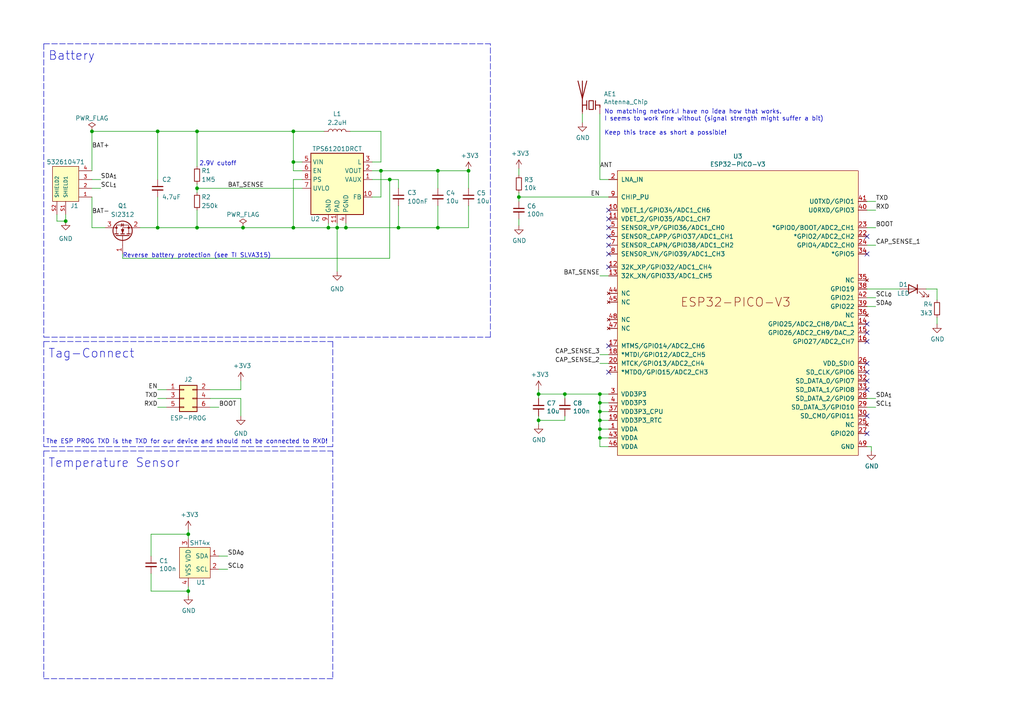
<source format=kicad_sch>
(kicad_sch (version 20211123) (generator eeschema)
  (paper "A4")
  (title_block (title "ESP32 Soil Sensor") (date "2022-04-29") (rev "1.3"))
  (lib_symbols
    (symbol "Device:C_Small" (pin_numbers hide) (pin_names (offset 0.254) hide)
      (property "Reference" "C" (at 0.254 1.778 0))
      (property "Value" "C_Small" (at 0.254 -2.032 0))
      (symbol "C_Small_0_1"
        (polyline (pts (xy -1.524 -0.508) (xy 1.524 -0.508)) (stroke (width 0.3302)))
        (polyline (pts (xy -1.524 0.508) (xy 1.524 0.508)) (stroke (width 0.3048)))
      )
      (symbol "C_Small_1_1"
        (pin passive line (at 0 2.54 270) (length 2.032) (name "~") (number "1"))
        (pin passive line (at 0 -2.54 90) (length 2.032) (name "~") (number "2"))
      )
    )
    (symbol "Device:L" (pin_numbers hide) (pin_names (offset 1.016) hide)
      (property "Reference" "L" (at -1.27 0 90))
      (property "Value" "L" (at 1.905 0 90))
      (symbol "L_0_1"
        (arc (start 0 -2.54) (mid 0.635 -1.905) (end 0 -1.27))
        (arc (start 0 -1.27) (mid 0.635 -0.635) (end 0 0))
        (arc (start 0 0) (mid 0.635 0.635) (end 0 1.27))
        (arc (start 0 1.27) (mid 0.635 1.905) (end 0 2.54))
      )
      (symbol "L_1_1"
        (pin passive line (at 0 3.81 270) (length 1.27) (name "1") (number "1"))
        (pin passive line (at 0 -3.81 90) (length 1.27) (name "2") (number "2"))
      )
    )
    (symbol "Device:LED" (pin_numbers hide) (pin_names (offset 1.016) hide)
      (property "Reference" "D" (at 0 2.54 0))
      (property "Value" "LED" (at 0 -2.54 0))
      (symbol "LED_0_1"
        (polyline (pts (xy -1.27 -1.27) (xy -1.27 1.27)) (stroke (width 0.254)))
        (polyline (pts (xy -1.27 0) (xy 1.27 0)))
        (polyline (pts (xy 1.27 -1.27) (xy 1.27 1.27) (xy -1.27 0) (xy 1.27 -1.27)) (stroke (width 0.254)))
        (polyline (pts (xy -3.048 -0.762) (xy -4.572 -2.286) (xy -3.81 -2.286) (xy -4.572 -2.286) (xy -4.572 -1.524)))
        (polyline (pts (xy -1.778 -0.762) (xy -3.302 -2.286) (xy -2.54 -2.286) (xy -3.302 -2.286) (xy -3.302 -1.524)))
      )
      (symbol "LED_1_1"
        (pin passive line (at -3.81 0 0) (length 2.54) (name "K") (number "1"))
        (pin passive line (at 3.81 0 180) (length 2.54) (name "A") (number "2"))
      )
    )
    (symbol "Device:R_Small" (pin_numbers hide) (pin_names (offset 0.254) hide)
      (property "Reference" "R" (at 0.762 0.508 0))
      (property "Value" "R_Small" (at 0.762 -1.016 0))
      (symbol "R_Small_0_1"
        (rectangle (start -0.762 1.778) (end 0.762 -1.778) (stroke (width 0.2032)))
      )
      (symbol "R_Small_1_1"
        (pin passive line (at 0 2.54 270) (length 0.762) (name "~") (number "1"))
        (pin passive line (at 0 -2.54 90) (length 0.762) (name "~") (number "2"))
      )
    )
    (symbol "Molex_picoblade:532610471" (pin_names (offset 1.016))
      (property "Reference" "J?" (at 0 8.89 0))
      (property "Value" "532610471" (at 0 6.35 0))
      (symbol "532610471_0_0"
        (pin passive line (at 7.62 -3.81 180) (length 3.81) (name "") (number "1"))
        (pin passive line (at 7.62 -1.27 180) (length 3.81) (name "") (number "2"))
        (pin passive line (at 7.62 3.81 180) (length 3.81) (name "") (number "4"))
        (pin passive line (at 0 -8.89 90) (length 3.81) (name "SHIELD1") (number "S1"))
        (pin passive line (at -2.54 -8.89 90) (length 3.81) (name "SHIELD2") (number "S2"))
      )
      (symbol "532610471_0_1"
        (rectangle (start -3.81 5.08) (end 3.81 -5.08) (stroke (width 0.1524)) (fill (type background)))
        (pin passive line (at 7.62 1.27 180) (length 3.81) (name "") (number "3"))
      )
    )
    (symbol "Regulator_Switching:TPS61201DRC"
      (property "Reference" "U" (at -10.16 8.89 0))
      (property "Value" "TPS61201DRC" (at -2.54 8.89 0))
      (symbol "TPS61201DRC_0_1"
        (rectangle (start -7.62 7.62) (end 7.62 -10.16) (stroke (width 0.254)) (fill (type background)))
      )
      (symbol "TPS61201DRC_1_1"
        (pin bidirectional line (at 10.16 0 180) (length 2.54) (name "VAUX") (number "1"))
        (pin input line (at 10.16 -5.08 180) (length 2.54) (name "FB") (number "10"))
        (pin power_in line (at 0 -12.7 90) (length 2.54) (name "PAD") (number "11"))
        (pin power_out line (at 10.16 2.54 180) (length 2.54) (name "VOUT") (number "2"))
        (pin input line (at 10.16 5.08 180) (length 2.54) (name "L") (number "3"))
        (pin power_in line (at 2.54 -12.7 90) (length 2.54) (name "PGND") (number "4"))
        (pin power_in line (at -10.16 5.08 0) (length 2.54) (name "VIN") (number "5"))
        (pin input line (at -10.16 2.54 0) (length 2.54) (name "EN") (number "6"))
        (pin input line (at -10.16 -2.54 0) (length 2.54) (name "UVLO") (number "7"))
        (pin input line (at -10.16 0 0) (length 2.54) (name "PS") (number "8"))
        (pin power_in line (at -2.54 -12.7 90) (length 2.54) (name "GND") (number "9"))
      )
    )
    (symbol "Soil_Sensor:SHT4x"
      (property "Reference" "U" (at -3.81 7.62 0))
      (property "Value" "SHT4x" (at 2.54 7.62 0))
      (symbol "SHT4x_0_0"
        (pin bidirectional line (at 7.62 2.54 180) (length 2.54) (name "SDA") (number "1"))
        (pin bidirectional line (at 7.62 -1.27 180) (length 2.54) (name "SCL") (number "2"))
        (pin power_in line (at -1.27 7.62 270) (length 2.54) (name "VDD") (number "3"))
        (pin power_in line (at -1.27 -6.35 90) (length 2.54) (name "VSS") (number "4"))
      )
      (symbol "SHT4x_0_1"
        (rectangle (start -3.81 5.08) (end 5.08 -3.81) (stroke (width 0.1524)) (fill (type background)))
      )
    )
    (symbol "Transistor_FET:DMN10H220L" (pin_names hide)
      (property "Reference" "Q" (at 5.08 1.905 0))
      (property "Value" "DMN10H220L" (at 5.08 0 0))
      (symbol "DMN10H220L_0_1"
        (polyline (pts (xy 0.254 0) (xy -2.54 0)))
        (polyline (pts (xy 0.254 1.905) (xy 0.254 -1.905)) (stroke (width 0.254)))
        (polyline (pts (xy 0.762 -1.27) (xy 0.762 -2.286)) (stroke (width 0.254)))
        (polyline (pts (xy 0.762 0.508) (xy 0.762 -0.508)) (stroke (width 0.254)))
        (polyline (pts (xy 0.762 2.286) (xy 0.762 1.27)) (stroke (width 0.254)))
        (polyline (pts (xy 2.54 2.54) (xy 2.54 1.778)))
        (polyline (pts (xy 2.54 -2.54) (xy 2.54 0) (xy 0.762 0)))
        (polyline (pts (xy 0.762 -1.778) (xy 3.302 -1.778) (xy 3.302 1.778) (xy 0.762 1.778)))
        (polyline (pts (xy 1.016 0) (xy 2.032 0.381) (xy 2.032 -0.381) (xy 1.016 0)) (fill (type outline)))
        (polyline (pts (xy 2.794 0.508) (xy 2.921 0.381) (xy 3.683 0.381) (xy 3.81 0.254)))
        (polyline (pts (xy 3.302 0.381) (xy 2.921 -0.254) (xy 3.683 -0.254) (xy 3.302 0.381)))
        (circle (center 1.651 0) (radius 2.794) (stroke (width 0.254)))
        (circle (center 2.54 -1.778) (radius 0.254) (fill (type outline)))
        (circle (center 2.54 1.778) (radius 0.254) (fill (type outline)))
      )
      (symbol "DMN10H220L_1_1"
        (pin input line (at -5.08 0 0) (length 2.54) (name "G") (number "1"))
        (pin passive line (at 2.54 -5.08 90) (length 2.54) (name "S") (number "2"))
        (pin passive line (at 2.54 5.08 270) (length 2.54) (name "D") (number "3"))
      )
    )
    (symbol "power:GND" (power) (pin_names (offset 0))
      (property "Value" "GND" (at 0 -3.81 0))
      (symbol "GND_0_1"
        (polyline (pts (xy 0 0) (xy 0 -1.27) (xy 1.27 -1.27) (xy 0 -2.54) (xy -1.27 -1.27) (xy 0 -1.27)))
      )
      (symbol "GND_1_1"
        (pin power_in line (at 0 0 270) (length 0) hide (name "GND") (number "1"))
      )
    )
    (symbol "power:PWR_FLAG" (power) (pin_numbers hide) (pin_names (offset 0) hide)
      (property "Value" "PWR_FLAG" (at 0 3.81 0))
      (symbol "PWR_FLAG_0_0"
        (pin power_out line (at 0 0 90) (length 0) (name "pwr") (number "1"))
      )
      (symbol "PWR_FLAG_0_1"
        (polyline (pts (xy 0 0) (xy 0 1.27) (xy -1.016 1.905) (xy 0 2.54) (xy 1.016 1.905) (xy 0 1.27)))
      )
    )
    (symbol "soil_sensor_2-rescue:+3.3V-power" (power) (pin_names (offset 0))
      (property "Value" "+3.3V-power" (at 0 3.556 0))
      (symbol "+3.3V-power_0_1"
        (polyline (pts (xy -0.762 1.27) (xy 0 2.54)))
        (polyline (pts (xy 0 0) (xy 0 2.54)))
        (polyline (pts (xy 0 2.54) (xy 0.762 1.27)))
      )
      (symbol "+3.3V-power_1_1"
        (pin power_in line (at 0 0 90) (length 0) hide (name "+3V3") (number "1"))
      )
    )
    (symbol "soil_sensor_2-rescue:Antenna_Chip-Device" (pin_numbers hide) (pin_names (offset 1.016) hide)
      (property "Reference" "AE" (at 0 5.08 0))
      (property "Value" "Antenna_Chip-Device" (at 0 3.175 0))
      (symbol "Antenna_Chip-Device_0_1"
        (polyline (pts (xy -2.54 0) (xy -2.54 -0.635)) (stroke (width 0.254)))
        (polyline (pts (xy -2.54 0) (xy -1.27 0)) (stroke (width 0.254)))
        (polyline (pts (xy 1.27 0) (xy 2.54 0)) (stroke (width 0.254)))
        (polyline (pts (xy 1.27 1.27) (xy 1.27 -1.27)) (stroke (width 0.254)))
        (polyline (pts (xy 2.54 -0.635) (xy 2.54 0)))
        (polyline (pts (xy 2.54 6.985) (xy 2.54 -1.905)) (stroke (width 0.254)))
        (polyline (pts (xy -1.27 1.27) (xy -1.27 -1.27) (xy -1.27 0)) (stroke (width 0.254)))
        (polyline (pts (xy 3.81 6.985) (xy 2.54 1.905) (xy 1.27 6.985)) (stroke (width 0.254)))
        (polyline (pts (xy -0.635 1.27) (xy 0.635 1.27) (xy 0.635 -1.27) (xy -0.635 -1.27) (xy -0.635 1.27)) (stroke (width 0.254)))
      )
      (symbol "Antenna_Chip-Device_1_1"
        (pin input line (at -2.54 -2.54 90) (length 2.54) (name "FEED") (number "1"))
        (pin passive line (at 2.54 -2.54 90) (length 2.54) (name "PCB_Trace") (number "2"))
      )
    )
    (symbol "soil_sensor_2-rescue:C_Small-Device" (pin_numbers hide) (pin_names (offset 0.254) hide)
      (property "Reference" "C" (at 0.254 1.778 0))
      (property "Value" "C_Small-Device" (at 0.254 -2.032 0))
      (symbol "C_Small-Device_0_1"
        (polyline (pts (xy -1.524 -0.508) (xy 1.524 -0.508)) (stroke (width 0.3302)))
        (polyline (pts (xy -1.524 0.508) (xy 1.524 0.508)) (stroke (width 0.3048)))
      )
      (symbol "C_Small-Device_1_1"
        (pin passive line (at 0 2.54 270) (length 2.032) (name "~") (number "1"))
        (pin passive line (at 0 -2.54 90) (length 2.032) (name "~") (number "2"))
      )
    )
    (symbol "soil_sensor_2-rescue:Conn_02x03_Odd_Even-Connector_Generic" (pin_names (offset 1.016) hide)
      (property "Reference" "J" (at 1.27 5.08 0))
      (property "Value" "Conn_02x03_Odd_Even-Connector_Generic" (at 1.27 -5.08 0))
      (symbol "Conn_02x03_Odd_Even-Connector_Generic_1_1"
        (rectangle (start -1.27 -2.413) (end 0 -2.667) (stroke (width 0.1524)))
        (rectangle (start -1.27 0.127) (end 0 -0.127) (stroke (width 0.1524)))
        (rectangle (start -1.27 2.667) (end 0 2.413) (stroke (width 0.1524)))
        (rectangle (start -1.27 3.81) (end 3.81 -3.81) (stroke (width 0.254)) (fill (type background)))
        (rectangle (start 3.81 -2.413) (end 2.54 -2.667) (stroke (width 0.1524)))
        (rectangle (start 3.81 0.127) (end 2.54 -0.127) (stroke (width 0.1524)))
        (rectangle (start 3.81 2.667) (end 2.54 2.413) (stroke (width 0.1524)))
        (pin passive line (at -5.08 2.54 0) (length 3.81) (name "Pin_1") (number "1"))
        (pin passive line (at 7.62 2.54 180) (length 3.81) (name "Pin_2") (number "2"))
        (pin passive line (at -5.08 0 0) (length 3.81) (name "Pin_3") (number "3"))
        (pin passive line (at 7.62 0 180) (length 3.81) (name "Pin_4") (number "4"))
        (pin passive line (at -5.08 -2.54 0) (length 3.81) (name "Pin_5") (number "5"))
        (pin passive line (at 7.62 -2.54 180) (length 3.81) (name "Pin_6") (number "6"))
      )
    )
    (symbol "soil_sensor_2-rescue:ESP32-PICO-V3-Espressif" (pin_names (offset 1.016))
      (property "Reference" "U" (at 0 43.18 0))
      (property "Value" "ESP32-PICO-V3-Espressif" (at 0 -41.91 0))
      (symbol "ESP32-PICO-V3-Espressif_0_0"
        (text "ESP32-PICO-V3" (at 0 3.81 0) (effects (font (size 2.54 2.54))))
      )
      (symbol "ESP32-PICO-V3-Espressif_0_1"
        (rectangle (start -34.29 41.91) (end 35.56 -40.64) (fill (type background)))
      )
      (symbol "ESP32-PICO-V3-Espressif_1_1"
        (pin power_in line (at -36.83 -33.02 0) (length 2.54) (name "VDDA") (number "1"))
        (pin input line (at -36.83 30.48 0) (length 2.54) (name "VDET_1/GPIO34/ADC1_CH6") (number "10"))
        (pin input line (at -36.83 27.94 0) (length 2.54) (name "VDET_2/GPIO35/ADC1_CH7") (number "11"))
        (pin bidirectional line (at -36.83 13.97 0) (length 2.54) (name "32K_XP/GPIO32/ADC1_CH4") (number "12"))
        (pin bidirectional line (at -36.83 11.43 0) (length 2.54) (name "32K_XN/GPIO33/ADC1_CH5") (number "13"))
        (pin bidirectional line (at 38.1 -2.54 180) (length 2.54) (name "GPIO25/ADC2_CH8/DAC_1") (number "14"))
        (pin bidirectional line (at 38.1 -5.08 180) (length 2.54) (name "GPIO26/ADC2_CH9/DAC_2") (number "15"))
        (pin bidirectional line (at 38.1 -7.62 180) (length 2.54) (name "GPIO27/ADC2_CH7") (number "16"))
        (pin bidirectional line (at -36.83 -8.89 0) (length 2.54) (name "MTMS/GPIO14/ADC2_CH6") (number "17"))
        (pin bidirectional line (at -36.83 -11.43 0) (length 2.54) (name "*MTDI/GPIO12/ADC2_CH5") (number "18"))
        (pin power_in line (at -36.83 -30.48 0) (length 2.54) (name "VDD3P3_RTC") (number "19"))
        (pin bidirectional line (at -36.83 39.37 0) (length 2.54) (name "LNA_IN") (number "2"))
        (pin bidirectional line (at -36.83 -13.97 0) (length 2.54) (name "MTCK/GPIO13/ADC2_CH4") (number "20"))
        (pin bidirectional line (at -36.83 -16.51 0) (length 2.54) (name "*MTDO/GPIO15/ADC2_CH3") (number "21"))
        (pin bidirectional line (at 38.1 22.86 180) (length 2.54) (name "*GPIO2/ADC2_CH2") (number "22"))
        (pin bidirectional line (at 38.1 25.4 180) (length 2.54) (name "*GPIO0/BOOT/ADC2_CH1") (number "23"))
        (pin bidirectional line (at 38.1 20.32 180) (length 2.54) (name "GPIO4/ADC2_CH0") (number "24"))
        (pin no_connect line (at 38.1 -31.75 180) (length 2.54) (name "NC") (number "25"))
        (pin power_out line (at 38.1 -13.97 180) (length 2.54) (name "VDD_SDIO") (number "26"))
        (pin bidirectional line (at 38.1 -34.29 180) (length 2.54) (name "GPIO20") (number "27"))
        (pin bidirectional line (at 38.1 -24.13 180) (length 2.54) (name "SD_DATA_2/GPIO9") (number "28"))
        (pin bidirectional line (at 38.1 -26.67 180) (length 2.54) (name "SD_DATA_3/GPIO10") (number "29"))
        (pin power_in line (at -36.83 -22.86 0) (length 2.54) (name "VDD3P3") (number "3"))
        (pin bidirectional line (at 38.1 -29.21 180) (length 2.54) (name "SD_CMD/GPIO11") (number "30"))
        (pin bidirectional line (at 38.1 -16.51 180) (length 2.54) (name "SD_CLK/GPIO6") (number "31"))
        (pin bidirectional line (at 38.1 -19.05 180) (length 2.54) (name "SD_DATA_0/GPIO7") (number "32"))
        (pin bidirectional line (at 38.1 -21.59 180) (length 2.54) (name "SD_DATA_1/GPIO8") (number "33"))
        (pin bidirectional line (at 38.1 17.78 180) (length 2.54) (name "*GPIO5") (number "34"))
        (pin no_connect line (at 38.1 10.16 180) (length 2.54) (name "NC") (number "35"))
        (pin no_connect line (at 38.1 0 180) (length 2.54) (name "NC") (number "36"))
        (pin power_in line (at -36.83 -27.94 0) (length 2.54) (name "VDD3P3_CPU") (number "37"))
        (pin bidirectional line (at 38.1 7.62 180) (length 2.54) (name "GPIO19") (number "38"))
        (pin bidirectional line (at 38.1 2.54 180) (length 2.54) (name "GPIO22") (number "39"))
        (pin power_in line (at -36.83 -25.4 0) (length 2.54) (name "VDD3P3") (number "4"))
        (pin bidirectional line (at 38.1 30.48 180) (length 2.54) (name "U0RXD/GPIO3") (number "40"))
        (pin bidirectional line (at 38.1 33.02 180) (length 2.54) (name "U0TXD/GPIO1") (number "41"))
        (pin bidirectional line (at 38.1 5.08 180) (length 2.54) (name "GPIO21") (number "42"))
        (pin power_in line (at -36.83 -35.56 0) (length 2.54) (name "VDDA") (number "43"))
        (pin no_connect line (at -36.83 6.35 0) (length 2.54) (name "NC") (number "44"))
        (pin no_connect line (at -36.83 3.81 0) (length 2.54) (name "NC") (number "45"))
        (pin power_in line (at -36.83 -38.1 0) (length 2.54) (name "VDDA") (number "46"))
        (pin no_connect line (at -36.83 -3.81 0) (length 2.54) (name "NC") (number "47"))
        (pin no_connect line (at -36.83 -1.27 0) (length 2.54) (name "NC") (number "48"))
        (pin power_in line (at 38.1 -38.1 180) (length 2.54) (name "GND") (number "49"))
        (pin input line (at -36.83 25.4 0) (length 2.54) (name "SENSOR_VP/GPIO36/ADC1_CH0") (number "5"))
        (pin input line (at -36.83 22.86 0) (length 2.54) (name "SENSOR_CAPP/GPIO37/ADC1_CH1") (number "6"))
        (pin input line (at -36.83 20.32 0) (length 2.54) (name "SENSOR_CAPN/GPIO38/ADC1_CH2") (number "7"))
        (pin input line (at -36.83 17.78 0) (length 2.54) (name "SENSOR_VN/GPIO39/ADC1_CH3") (number "8"))
        (pin input line (at -36.83 34.29 0) (length 2.54) (name "CHIP_PU") (number "9"))
      )
    )
    (symbol "soil_sensor_2-rescue:GND-power" (power) (pin_names (offset 0))
      (property "Value" "GND-power" (at 0 -3.81 0))
      (symbol "GND-power_0_1"
        (polyline (pts (xy 0 0) (xy 0 -1.27) (xy 1.27 -1.27) (xy 0 -2.54) (xy -1.27 -1.27) (xy 0 -1.27)))
      )
      (symbol "GND-power_1_1"
        (pin power_in line (at 0 0 270) (length 0) hide (name "GND") (number "1"))
      )
    )
    (symbol "soil_sensor_2-rescue:R_Small-Device" (pin_numbers hide) (pin_names (offset 0.254) hide)
      (property "Reference" "R" (at 0.762 0.508 0))
      (property "Value" "R_Small-Device" (at 0.762 -1.016 0))
      (symbol "R_Small-Device_0_1"
        (rectangle (start -0.762 1.778) (end 0.762 -1.778) (stroke (width 0.2032)))
      )
      (symbol "R_Small-Device_1_1"
        (pin passive line (at 0 2.54 270) (length 0.762) (name "~") (number "1"))
        (pin passive line (at 0 -2.54 90) (length 0.762) (name "~") (number "2"))
      )
    )
  )
  (junction (at 173.99 114.3) (diameter 0.9144))
  (junction (at 173.99 124.46) (diameter 0.9144))
  (junction (at 173.99 127) (diameter 0.9144))
  (junction (at 26.67 38.1))
  (junction (at 85.09 38.1))
  (junction (at 173.99 116.84) (diameter 0.9144))
  (junction (at 115.57 66.04))
  (junction (at 45.72 66.04))
  (junction (at 150.495 57.15) (diameter 0.9144))
  (junction (at 85.09 66.04))
  (junction (at 45.72 38.1))
  (junction (at 110.49 49.53))
  (junction (at 57.15 66.04))
  (junction (at 113.03 52.07))
  (junction (at 19.05 64.135))
  (junction (at 156.21 114.3) (diameter 0.9144))
  (junction (at 57.15 38.1))
  (junction (at 127 49.53))
  (junction (at 54.61 171.45))
  (junction (at 97.79 66.04))
  (junction (at 100.33 66.04))
  (junction (at 156.21 121.92) (diameter 0.9144))
  (junction (at 95.25 66.04))
  (junction (at 173.99 119.38) (diameter 0.9144))
  (junction (at 127 66.04))
  (junction (at 54.61 154.94))
  (junction (at 85.09 46.99))
  (junction (at 57.15 54.61))
  (junction (at 135.89 49.53))
  (junction (at 163.83 114.3) (diameter 0.9144))
  (junction (at 70.485 66.04))
  (junction (at 173.99 121.92) (diameter 0.9144))
  (no_connect (at 251.46 107.95))
  (no_connect (at 176.53 73.66))
  (no_connect (at 176.53 77.47))
  (no_connect (at 251.46 113.03))
  (no_connect (at 176.53 100.33))
  (no_connect (at 251.46 68.58))
  (no_connect (at 251.46 120.65))
  (no_connect (at 251.46 110.49))
  (no_connect (at 251.46 125.73))
  (no_connect (at 176.53 66.04))
  (no_connect (at 176.53 107.95))
  (no_connect (at 251.46 105.41))
  (no_connect (at 176.53 60.96))
  (no_connect (at 251.46 93.98))
  (no_connect (at 176.53 68.58))
  (no_connect (at 176.53 63.5))
  (no_connect (at 251.46 96.52))
  (no_connect (at 251.46 73.66))
  (no_connect (at 251.46 99.06))
  (no_connect (at 176.53 71.12))
  (wire (pts (xy 54.61 170.18) (xy 54.61 171.45)))
  (wire (pts (xy 54.61 171.45) (xy 54.61 172.72)))
  (wire (pts (xy 45.72 115.57) (xy 48.26 115.57)))
  (wire (pts (xy 16.51 64.135) (xy 16.51 62.23)))
  (wire (pts (xy 60.96 115.57) (xy 69.85 115.57)))
  (wire (pts (xy 69.85 115.57) (xy 69.85 120.65)))
  (wire (pts (xy 251.46 115.57) (xy 254 115.57)))
  (wire (pts (xy 173.99 129.54) (xy 173.99 127)))
  (wire (pts (xy 35.56 74.93) (xy 35.56 73.66)))
  (wire (pts (xy 251.46 88.9) (xy 254 88.9)))
  (wire (pts (xy 57.15 48.26) (xy 57.15 38.1)))
  (wire (pts (xy 57.15 38.1) (xy 85.09 38.1)))
  (wire (pts (xy 115.57 66.04) (xy 127 66.04)))
  (wire (pts (xy 127 66.04) (xy 127 59.69)))
  (wire (pts (xy 60.96 113.03) (xy 69.85 113.03)))
  (wire (pts (xy 69.85 110.49) (xy 69.85 113.03)))
  (wire (pts (xy 176.53 129.54) (xy 173.99 129.54)))
  (wire (pts (xy 101.6 38.1) (xy 110.49 38.1)))
  (wire (pts (xy 110.49 38.1) (xy 110.49 46.99)))
  (wire (pts (xy 19.05 64.135) (xy 16.51 64.135)))
  (wire (pts (xy 271.78 83.82) (xy 268.605 83.82)))
  (wire (pts (xy 173.99 33.02) (xy 173.99 52.07)))
  (wire (pts (xy 63.5 161.29) (xy 66.04 161.29)))
  (wire (pts (xy 45.72 57.15) (xy 45.72 66.04)))
  (wire (pts (xy 26.67 54.61) (xy 29.21 54.61)))
  (wire (pts (xy 173.99 52.07) (xy 176.53 52.07)))
  (wire (pts (xy 251.46 58.42) (xy 254 58.42)))
  (wire (pts (xy 251.46 71.12) (xy 254 71.12)))
  (wire (pts (xy 54.61 153.67) (xy 54.61 154.94)))
  (wire (pts (xy 54.61 154.94) (xy 54.61 156.21)))
  (wire (pts (xy 135.89 49.53) (xy 127 49.53)))
  (wire (pts (xy 135.89 54.61) (xy 135.89 49.53)))
  (wire (pts (xy 271.78 83.82) (xy 271.78 86.995)))
  (wire (pts (xy 176.53 124.46) (xy 173.99 124.46)))
  (wire (pts (xy 173.99 116.84) (xy 173.99 114.3)))
  (wire (pts (xy 176.53 80.01) (xy 173.99 80.01)))
  (wire (pts (xy 163.83 114.3) (xy 163.83 115.57)))
  (wire (pts (xy 173.99 119.38) (xy 173.99 116.84)))
  (wire (pts (xy 176.53 105.41) (xy 173.99 105.41)))
  (wire (pts (xy 57.15 66.04) (xy 57.15 60.96)))
  (wire (pts (xy 57.15 66.04) (xy 70.485 66.04)))
  (wire (pts (xy 107.95 57.15) (xy 110.49 57.15)))
  (wire (pts (xy 110.49 57.15) (xy 110.49 49.53)))
  (wire (pts (xy 107.95 49.53) (xy 110.49 49.53)))
  (wire (pts (xy 110.49 49.53) (xy 127 49.53)))
  (wire (pts (xy 173.99 124.46) (xy 173.99 121.92)))
  (wire (pts (xy 19.05 62.23) (xy 19.05 64.135)))
  (polyline (pts (xy 12.7 99.06) (xy 12.7 129.54)))
  (polyline (pts (xy 12.7 99.06) (xy 96.52 99.06)))
  (polyline (pts (xy 96.52 99.06) (xy 96.52 129.54)))
  (polyline (pts (xy 96.52 129.54) (xy 12.7 129.54)))
  (wire (pts (xy 251.46 118.11) (xy 254 118.11)))
  (wire (pts (xy 150.495 55.88) (xy 150.495 57.15)))
  (wire (pts (xy 176.53 121.92) (xy 173.99 121.92)))
  (wire (pts (xy 168.91 33.02) (xy 168.91 35.56)))
  (wire (pts (xy 173.99 127) (xy 173.99 124.46)))
  (wire (pts (xy 70.485 66.04) (xy 85.09 66.04)))
  (wire (pts (xy 156.21 120.65) (xy 156.21 121.92)))
  (wire (pts (xy 173.99 114.3) (xy 176.53 114.3)))
  (wire (pts (xy 156.21 121.92) (xy 163.83 121.92)))
  (wire (pts (xy 45.72 113.03) (xy 48.26 113.03)))
  (wire (pts (xy 150.495 50.8) (xy 150.495 48.895)))
  (wire (pts (xy 85.09 52.07) (xy 85.09 66.04)))
  (wire (pts (xy 156.21 114.3) (xy 156.21 113.03)))
  (wire (pts (xy 45.72 118.11) (xy 48.26 118.11)))
  (polyline (pts (xy 12.7 12.7) (xy 12.7 97.79)))
  (polyline (pts (xy 12.7 12.7) (xy 142.24 12.7)))
  (polyline (pts (xy 12.7 97.79) (xy 142.24 97.79)))
  (polyline (pts (xy 142.24 97.79) (xy 142.24 12.7)))
  (wire (pts (xy 60.96 118.11) (xy 63.5 118.11)))
  (wire (pts (xy 271.78 92.075) (xy 271.78 93.98)))
  (wire (pts (xy 26.67 38.1) (xy 26.67 49.53)))
  (wire (pts (xy 26.67 38.1) (xy 45.72 38.1)))
  (wire (pts (xy 45.72 38.1) (xy 57.15 38.1)))
  (wire (pts (xy 251.46 60.96) (xy 254 60.96)))
  (wire (pts (xy 107.95 52.07) (xy 113.03 52.07)))
  (wire (pts (xy 113.03 52.07) (xy 115.57 52.07)))
  (wire (pts (xy 115.57 52.07) (xy 115.57 54.61)))
  (wire (pts (xy 26.67 66.04) (xy 26.67 57.15)))
  (wire (pts (xy 26.67 66.04) (xy 30.48 66.04)))
  (polyline (pts (xy 12.7 130.81) (xy 12.7 196.85)))
  (polyline (pts (xy 12.7 130.81) (xy 96.52 130.81)))
  (polyline (pts (xy 96.52 130.81) (xy 96.52 196.85)))
  (polyline (pts (xy 96.52 196.85) (xy 12.7 196.85)))
  (wire (pts (xy 251.46 86.36) (xy 254 86.36)))
  (wire (pts (xy 176.53 127) (xy 173.99 127)))
  (wire (pts (xy 150.495 63.5) (xy 150.495 65.405)))
  (wire (pts (xy 95.25 66.04) (xy 95.25 64.77)))
  (wire (pts (xy 97.79 66.04) (xy 95.25 66.04)))
  (wire (pts (xy 85.09 66.04) (xy 95.25 66.04)))
  (wire (pts (xy 251.46 66.04) (xy 254 66.04)))
  (wire (pts (xy 26.67 52.07) (xy 29.21 52.07)))
  (wire (pts (xy 107.95 46.99) (xy 110.49 46.99)))
  (wire (pts (xy 40.64 66.04) (xy 45.72 66.04)))
  (wire (pts (xy 45.72 66.04) (xy 57.15 66.04)))
  (wire (pts (xy 85.09 49.53) (xy 85.09 46.99)))
  (wire (pts (xy 87.63 49.53) (xy 85.09 49.53)))
  (wire (pts (xy 156.21 123.19) (xy 156.21 121.92)))
  (wire (pts (xy 251.46 129.54) (xy 252.73 129.54)))
  (wire (pts (xy 43.815 154.94) (xy 43.815 161.29)))
  (wire (pts (xy 54.61 154.94) (xy 43.815 154.94)))
  (wire (pts (xy 87.63 46.99) (xy 85.09 46.99)))
  (wire (pts (xy 173.99 121.92) (xy 173.99 119.38)))
  (wire (pts (xy 176.53 102.87) (xy 173.99 102.87)))
  (wire (pts (xy 100.33 64.77) (xy 100.33 66.04)))
  (wire (pts (xy 100.33 66.04) (xy 97.79 66.04)))
  (wire (pts (xy 251.46 83.82) (xy 260.985 83.82)))
  (wire (pts (xy 150.495 57.15) (xy 150.495 58.42)))
  (wire (pts (xy 127 54.61) (xy 127 49.53)))
  (wire (pts (xy 100.33 66.04) (xy 115.57 66.04)))
  (wire (pts (xy 115.57 59.69) (xy 115.57 66.04)))
  (wire (pts (xy 63.5 165.1) (xy 66.04 165.1)))
  (wire (pts (xy 57.15 54.61) (xy 57.15 55.88)))
  (wire (pts (xy 173.99 114.3) (xy 163.83 114.3)))
  (wire (pts (xy 252.73 129.54) (xy 252.73 130.81)))
  (wire (pts (xy 35.56 74.93) (xy 113.03 74.93)))
  (wire (pts (xy 113.03 52.07) (xy 113.03 74.93)))
  (wire (pts (xy 163.83 114.3) (xy 156.21 114.3)))
  (wire (pts (xy 54.61 171.45) (xy 43.815 171.45)))
  (wire (pts (xy 127 66.04) (xy 135.89 66.04)))
  (wire (pts (xy 135.89 66.04) (xy 135.89 59.69)))
  (wire (pts (xy 45.72 52.07) (xy 45.72 38.1)))
  (wire (pts (xy 163.83 121.92) (xy 163.83 120.65)))
  (wire (pts (xy 87.63 52.07) (xy 85.09 52.07)))
  (wire (pts (xy 43.815 171.45) (xy 43.815 166.37)))
  (wire (pts (xy 85.09 38.1) (xy 85.09 46.99)))
  (wire (pts (xy 93.98 38.1) (xy 85.09 38.1)))
  (wire (pts (xy 156.21 114.3) (xy 156.21 115.57)))
  (wire (pts (xy 176.53 57.15) (xy 150.495 57.15)))
  (wire (pts (xy 97.79 64.77) (xy 97.79 66.04)))
  (wire (pts (xy 97.79 66.04) (xy 97.79 78.74)))
  (wire (pts (xy 57.15 54.61) (xy 57.15 53.34)))
  (wire (pts (xy 87.63 54.61) (xy 57.15 54.61)))
  (wire (pts (xy 176.53 116.84) (xy 173.99 116.84)))
  (wire (pts (xy 176.53 119.38) (xy 173.99 119.38)))
  (text "Temperature Sensor" (at 13.97 135.89 0) (effects (font (size 2.54 2.54)) (justify left bottom)))
  (text "The ESP PROG TXD is the TXD for our device and should not be connected to RXD!" (at 13.335 128.905 0) (effects (font (size 1.27 1.27)) (justify left bottom)))
  (text "Tag-Connect" (at 13.97 104.14 0) (effects (font (size 2.54 2.54)) (justify left bottom)))
  (text "Battery" (at 13.97 17.78 0) (effects (font (size 2.54 2.54)) (justify left bottom)))
  (text "Reverse battery protection (see TI SLVA315)" (at 35.56 74.93 0) (effects (font (size 1.27 1.27)) (justify left bottom)))
  (text "2.9V cutoff" (at 57.785 48.26 0) (effects (font (size 1.27 1.27)) (justify left bottom)))
  (text "No matching network.I have no idea how that works.\nI seems to work fine without (signal strength might suffer a bit)\n\nKeep this trace as short a possible!" (at 175.26 39.37 0) (effects (font (size 1.27 1.27)) (justify left bottom)))
  (label "EN" (at 173.99 57.15 180))
  (label "CAP_SENSE_3" (at 173.99 102.87 180))
  (label "RXD" (at 254 60.96 0))
  (label "RXD" (at 45.72 118.11 180))
  (label "SDA_{0}" (at 254 88.9 0))
  (label "SCL_{0}" (at 66.04 165.1 0))
  (label "BOOT" (at 63.5 118.11 0))
  (label "BOOT" (at 254 66.04 0))
  (label "ANT" (at 173.99 48.895 0))
  (label "BAT_SENSE" (at 173.99 80.01 180))
  (label "CAP_SENSE_1" (at 254 71.12 0))
  (label "SCL_{1}" (at 254 118.11 0))
  (label "TXD" (at 45.72 115.57 180))
  (label "BAT+" (at 26.67 43.18 0))
  (label "TXD" (at 254 58.42 0))
  (label "SDA_{1}" (at 254 115.57 0))
  (label "CAP_SENSE_2" (at 173.99 105.41 180))
  (label "SDA_{1}" (at 29.21 52.07 0))
  (label "BAT-" (at 26.67 62.23 0))
  (label "EN" (at 45.72 113.03 180))
  (label "BAT_SENSE" (at 66.04 54.61 0))
  (label "SDA_{0}" (at 66.04 161.29 0))
  (label "SCL_{1}" (at 29.21 54.61 0))
  (label "SCL_{0}" (at 254 86.36 0))
  (symbol (lib_id "soil_sensor_2-rescue:Conn_02x03_Odd_Even-Connector_Generic") (at 53.34 115.57 0) (unit 1)
    (property "Reference" "J2" (at 54.61 110.0582 0))
    (property "Value" "ESP-PROG" (at 54.61 121.2596 0))
    (property "Footprint" "Connector:Tag-Connect_TC2030-IDC-NL_2x03_P1.27mm_Vertical" (effects hide))
  )
  (symbol (lib_id "soil_sensor_2-rescue:ESP32-PICO-V3-Espressif") (at 213.36 91.44 0) (unit 1)
    (property "Reference" "U3" (at 213.995 45.339 0))
    (property "Value" "ESP32-PICO-V3" (at 213.995 47.6504 0))
    (property "Footprint" "Package_DFN_QFN:QFN-48-1EP_7x7mm_P0.5mm_EP5.15x5.15mm" (effects hide))
    (property "Datasheet" "https://www.espressif.com/sites/default/files/documentation/esp32_datasheet_en.pdf" (effects hide))
    (property "Digikey" "1965-ESP32-PICO-V3CT-ND" (effects hide))
  )
  (symbol (lib_id "soil_sensor_2-rescue:C_Small-Device") (at 163.83 118.11 0) (unit 1)
    (property "Reference" "C8" (at 166.1668 116.9416 0) (effects (justify left)))
    (property "Value" "100n" (at 166.1668 119.253 0) (effects (justify left)))
    (property "Footprint" "Capacitor_SMD:C_0603_1608Metric" (effects hide))
  )
  (symbol (lib_id "soil_sensor_2-rescue:C_Small-Device") (at 156.21 118.11 0) (unit 1)
    (property "Reference" "C7" (at 158.5468 116.9416 0) (effects (justify left)))
    (property "Value" "10u" (at 158.5468 119.253 0) (effects (justify left)))
    (property "Footprint" "Capacitor_SMD:C_0805_2012Metric" (effects hide))
  )
  (symbol (lib_id "soil_sensor_2-rescue:GND-power") (at 156.21 123.19 0) (unit 1)
    (property "Reference" "#PWR011" (effects hide))
    (property "Value" "GND" (at 156.337 127.5842 0))
  )
  (symbol (lib_id "soil_sensor_2-rescue:+3.3V-power") (at 156.21 113.03 0) (unit 1)
    (property "Reference" "#PWR010" (effects hide))
    (property "Value" "+3.3V" (at 156.591 108.6358 0))
  )
  (symbol (lib_id "soil_sensor_2-rescue:GND-power") (at 252.73 130.81 0) (unit 1)
    (property "Reference" "#PWR013" (effects hide))
    (property "Value" "GND" (at 252.857 135.2042 0))
  )
  (symbol (lib_id "soil_sensor_2-rescue:R_Small-Device") (at 150.495 53.34 0) (unit 1)
    (property "Reference" "R3" (at 151.9936 52.1716 0) (effects (justify left)))
    (property "Value" "10k" (at 151.9936 54.483 0) (effects (justify left)))
    (property "Footprint" "Resistor_SMD:R_0603_1608Metric" (effects hide))
  )
  (symbol (lib_id "soil_sensor_2-rescue:C_Small-Device") (at 150.495 60.96 0) (unit 1)
    (property "Reference" "C6" (at 152.8318 59.7916 0) (effects (justify left)))
    (property "Value" "100n" (at 152.8318 62.103 0) (effects (justify left)))
    (property "Footprint" "Capacitor_SMD:C_0603_1608Metric" (effects hide))
  )
  (symbol (lib_id "soil_sensor_2-rescue:+3.3V-power") (at 150.495 48.895 0) (unit 1)
    (property "Reference" "#PWR08" (effects hide))
    (property "Value" "+3.3V" (at 150.876 44.5008 0))
  )
  (symbol (lib_id "soil_sensor_2-rescue:GND-power") (at 54.61 172.72 0) (unit 1)
    (property "Reference" "#PWR03" (effects hide))
    (property "Value" "GND" (at 54.737 177.1142 0))
  )
  (symbol (lib_id "soil_sensor_2-rescue:+3.3V-power") (at 54.61 153.67 0) (unit 1)
    (property "Reference" "#PWR02" (effects hide))
    (property "Value" "+3.3V" (at 54.991 149.2758 0))
  )
  (symbol (lib_id "soil_sensor_2-rescue:Antenna_Chip-Device") (at 171.45 30.48 0) (mirror y) (unit 1)
    (property "Reference" "AE1" (at 175.1076 27.2542 0) (effects (justify right)))
    (property "Value" "Antenna_Chip" (at 175.1076 29.5656 0) (effects (justify right)))
    (property "Footprint" "RF_Antenna:Texas_SWRA117D_2.4GHz_Right" (effects hide))
  )
  (symbol (lib_id "soil_sensor_2-rescue:GND-power") (at 168.91 35.56 0) (unit 1)
    (property "Reference" "#PWR012" (effects hide))
    (property "Value" "GND" (at 169.037 39.9542 0))
  )
  (symbol (lib_id "Molex_picoblade:532610471") (at 19.05 53.34 0) (unit 1)
    (property "Reference" "J1" (at 21.59 59.69 0))
    (property "Value" "532610471" (at 19.05 46.99 0))
    (property "Footprint" "MOLEX_532610471" (effects hide))
    (property "PARTREV" "J" (effects hide))
    (property "MAXIMUM_PACKAGE_HEIGHT" "3.4 mm" (effects hide))
    (property "STANDARD" "Manufacturer Recommendations" (effects hide))
    (property "MANUFACTURER" "Molex" (effects hide))
  )
  (symbol (lib_id "Device:C_Small") (at 115.57 57.15 0) (unit 1)
    (property "Reference" "C3" (at 118.11 55.8799 0) (effects (justify left)))
    (property "Value" "100nF" (at 118.11 58.4199 0) (effects (justify left)))
    (property "Footprint" "Capacitor_SMD:C_0603_1608Metric" (effects hide))
  )
  (symbol (lib_id "Device:R_Small") (at 57.15 58.42 0) (unit 1)
    (property "Reference" "R2" (at 58.42 57.1499 0) (effects (justify left)))
    (property "Value" "250k" (at 58.42 59.6899 0) (effects (justify left)))
    (property "Footprint" "Resistor_SMD:R_0603_1608Metric" (effects hide))
  )
  (symbol (lib_id "Soil_Sensor:SHT4x") (at 55.88 163.83 0) (unit 1)
    (property "Reference" "U1" (at 59.69 168.91 0) (effects (justify right)))
    (property "Value" "SHT4x" (at 60.96 157.48 0) (effects (justify right)))
    (property "Footprint" "Soil_Sensor:XDCR_SHT40-AD1B-R2" (effects hide))
  )
  (symbol (lib_id "power:PWR_FLAG") (at 70.485 66.04 0) (unit 1)
    (property "Reference" "#FLG02" (effects hide))
    (property "Value" "PWR_FLAG" (at 70.485 62.23 0))
  )
  (symbol (lib_id "soil_sensor_2-rescue:GND-power") (at 150.495 65.405 0) (unit 1)
    (property "Reference" "#PWR09" (effects hide))
    (property "Value" "GND" (at 150.622 69.7992 0))
  )
  (symbol (lib_id "Device:L") (at 97.79 38.1 90) (unit 1)
    (property "Reference" "L1" (at 97.79 33.02 90))
    (property "Value" "2.2uH" (at 97.79 35.56 90))
    (property "Footprint" "Inductor_SMD:L_Taiyo-Yuden_NR-40xx" (effects hide))
    (property "Digikey" "NRS4018T2R2MDGJ" (effects hide))
  )
  (symbol (lib_id "power:GND") (at 19.05 64.135 0) (unit 1)
    (property "Reference" "#PWR01" (effects hide))
    (property "Value" "GND" (at 19.05 69.215 0))
  )
  (symbol (lib_id "power:GND") (at 69.85 120.65 0) (unit 1)
    (property "Reference" "#PWR05" (effects hide))
    (property "Value" "GND" (at 69.85 125.73 0))
  )
  (symbol (lib_id "soil_sensor_2-rescue:GND-power") (at 271.78 93.98 0) (unit 1)
    (property "Reference" "#PWR014" (effects hide))
    (property "Value" "GND" (at 271.907 98.3742 0))
  )
  (symbol (lib_id "power:PWR_FLAG") (at 26.67 38.1 0) (unit 1)
    (property "Reference" "#FLG01" (effects hide))
    (property "Value" "PWR_FLAG" (at 26.67 34.29 0))
  )
  (symbol (lib_id "soil_sensor_2-rescue:C_Small-Device") (at 135.89 57.15 0) (unit 1)
    (property "Reference" "C5" (at 138.2268 55.9816 0) (effects (justify left)))
    (property "Value" "10u" (at 138.2268 58.293 0) (effects (justify left)))
    (property "Footprint" "Capacitor_SMD:C_0805_2012Metric" (effects hide))
  )
  (symbol (lib_id "soil_sensor_2-rescue:C_Small-Device") (at 127 57.15 0) (unit 1)
    (property "Reference" "C4" (at 129.3368 55.9816 0) (effects (justify left)))
    (property "Value" "10u" (at 129.3368 58.293 0) (effects (justify left)))
    (property "Footprint" "Capacitor_SMD:C_0805_2012Metric" (effects hide))
  )
  (symbol (lib_id "Transistor_FET:DMN10H220L") (at 35.56 68.58 90) (unit 1)
    (property "Reference" "Q1" (at 35.56 59.69 90))
    (property "Value" "SI2312" (at 35.56 62.23 90))
    (property "Footprint" "Package_TO_SOT_SMD:SOT-23" (effects hide))
    (property "Datasheet" "https://www.vishay.com/docs/73235/si2312bds.pdf" (effects hide))
    (property "Digikey" "SI2312BDS-T1-E3CT-ND" (effects hide))
  )
  (symbol (lib_id "Device:C_Small") (at 45.72 54.61 0) (unit 1)
    (property "Reference" "C2" (at 46.99 52.0699 0) (effects (justify left)))
    (property "Value" "4.7uF" (at 46.99 57.1499 0) (effects (justify left)))
    (property "Footprint" "Capacitor_SMD:C_0603_1608Metric" (effects hide))
  )
  (symbol (lib_id "soil_sensor_2-rescue:+3.3V-power") (at 69.85 110.49 0) (unit 1)
    (property "Reference" "#PWR04" (effects hide))
    (property "Value" "+3.3V" (at 70.231 106.0958 0))
  )
  (symbol (lib_id "Device:R_Small") (at 57.15 50.8 0) (unit 1)
    (property "Reference" "R1" (at 58.42 49.5299 0) (effects (justify left)))
    (property "Value" "1M5" (at 58.42 52.0699 0) (effects (justify left)))
    (property "Footprint" "Resistor_SMD:R_0603_1608Metric" (effects hide))
    (property "Digikey" "541-2.87MHCT-ND" (effects hide))
  )
  (symbol (lib_id "Regulator_Switching:TPS61201DRC") (at 97.79 52.07 0) (unit 1)
    (property "Reference" "U2" (at 91.44 63.5 0))
    (property "Value" "TPS61201DRCT" (at 97.79 43.18 0))
    (property "Footprint" "Package_SON:Texas_S-PVSON-N10_ThermalVias" (effects hide))
    (property "Datasheet" "http://www.ti.com/lit/ds/symlink/tps61200.pdf" (effects hide))
    (property "Digikey" "296-21684-1-ND" (effects hide))
  )
  (symbol (lib_id "soil_sensor_2-rescue:C_Small-Device") (at 43.815 163.83 0) (unit 1)
    (property "Reference" "C1" (at 46.1518 162.6616 0) (effects (justify left)))
    (property "Value" "100n" (at 46.1518 164.973 0) (effects (justify left)))
    (property "Footprint" "Capacitor_SMD:C_0603_1608Metric" (effects hide))
  )
  (symbol (lib_id "Device:LED") (at 264.795 83.82 0) (mirror y) (unit 1)
    (property "Reference" "D1" (at 262.001 82.55 0))
    (property "Value" "LED" (at 262.001 85.09 0))
    (property "Footprint" "LED_SMD:LED_0603_1608Metric" (effects hide))
  )
  (symbol (lib_id "soil_sensor_2-rescue:+3.3V-power") (at 135.89 49.53 0) (unit 1)
    (property "Reference" "#PWR07" (effects hide))
    (property "Value" "+3.3V" (at 136.271 45.1358 0))
  )
  (symbol (lib_id "Device:R_Small") (at 271.78 89.535 0) (mirror y) (unit 1)
    (property "Reference" "R4" (at 270.51 88.2649 0) (effects (justify left)))
    (property "Value" "3k3" (at 270.51 90.8049 0) (effects (justify left)))
    (property "Footprint" "Resistor_SMD:R_0603_1608Metric" (effects hide))
  )
  (symbol (lib_id "power:GND") (at 97.79 78.74 0) (unit 1)
    (property "Reference" "#PWR06" (effects hide))
    (property "Value" "GND" (at 97.79 83.82 0))
  )
)
</source>
